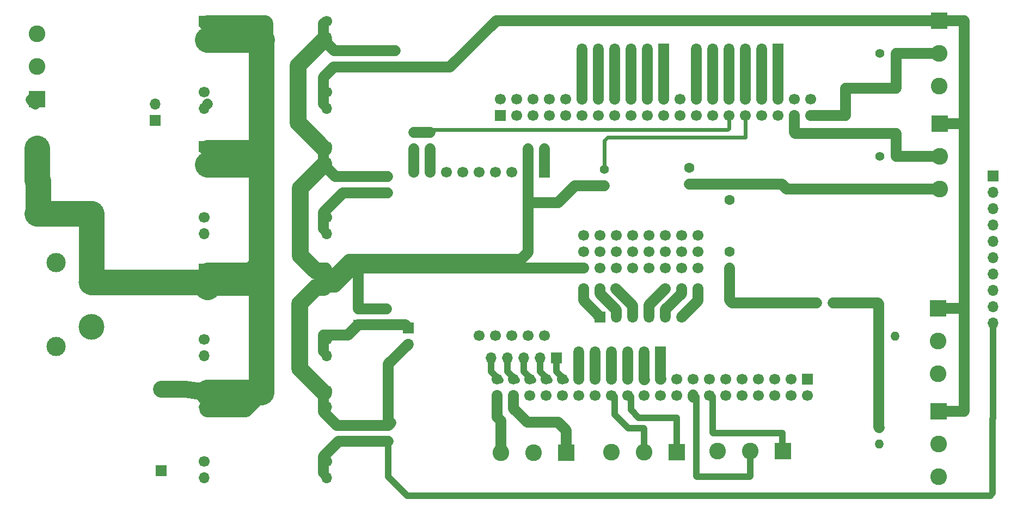
<source format=gbr>
G04 #@! TF.GenerationSoftware,KiCad,Pcbnew,(5.1.4-0-10_14)*
G04 #@! TF.CreationDate,2019-10-14T13:10:31-04:00*
G04 #@! TF.ProjectId,Robot,526f626f-742e-46b6-9963-61645f706362,rev?*
G04 #@! TF.SameCoordinates,Original*
G04 #@! TF.FileFunction,Copper,L2,Bot*
G04 #@! TF.FilePolarity,Positive*
%FSLAX46Y46*%
G04 Gerber Fmt 4.6, Leading zero omitted, Abs format (unit mm)*
G04 Created by KiCad (PCBNEW (5.1.4-0-10_14)) date 2019-10-14 13:10:31*
%MOMM*%
%LPD*%
G04 APERTURE LIST*
%ADD10R,1.700000X1.700000*%
%ADD11C,1.700000*%
%ADD12C,1.600000*%
%ADD13R,1.600000X1.600000*%
%ADD14O,1.700000X1.700000*%
%ADD15O,1.400000X1.400000*%
%ADD16C,1.400000*%
%ADD17C,3.000000*%
%ADD18C,4.000000*%
%ADD19C,2.600000*%
%ADD20R,2.600000X2.600000*%
%ADD21C,1.700000*%
%ADD22C,2.600000*%
%ADD23C,4.000000*%
%ADD24C,1.000000*%
%ADD25C,0.600000*%
G04 APERTURE END LIST*
D10*
X-36700000Y-46350000D03*
X-36700000Y-59050000D03*
D11*
X12690000Y-38050000D03*
X15230000Y-38050000D03*
X17770000Y-38050000D03*
X20310000Y-38050000D03*
X22850000Y-38050000D03*
X2530000Y-12650000D03*
X5070000Y-12650000D03*
X7610000Y-12650000D03*
X10150000Y-12650000D03*
X12690000Y-12650000D03*
X15230000Y-12650000D03*
X17770000Y-12650000D03*
X20310000Y-12650000D03*
D10*
X22850000Y-12650000D03*
D12*
X-5900000Y6200000D03*
D13*
X-5900000Y3700000D03*
D14*
X14615160Y-41516300D03*
X17155160Y-41516300D03*
X19695160Y-41516300D03*
X22235160Y-41516300D03*
D10*
X24775160Y-41516300D03*
D15*
X74932540Y-54897020D03*
D16*
X74932540Y-52357020D03*
D15*
X77440000Y-38150000D03*
D16*
X74900000Y-38150000D03*
D15*
X77540000Y-10200000D03*
D16*
X75000000Y-10200000D03*
D15*
X77540000Y5800000D03*
D16*
X75000000Y5800000D03*
D11*
X-11000000Y-250000D03*
D14*
X-11000000Y-2790000D03*
X-30000000Y-2790000D03*
D11*
X-30000000Y-250000D03*
D14*
X-11000000Y8210000D03*
D11*
X-11000000Y10750000D03*
D14*
X-30000000Y8210000D03*
D10*
X-30000000Y10750000D03*
D11*
X-11000000Y-19653500D03*
D14*
X-11000000Y-22193500D03*
X-30000000Y-22193500D03*
D11*
X-30000000Y-19653500D03*
D14*
X-11000000Y-11193500D03*
D11*
X-11000000Y-8653500D03*
D14*
X-30000000Y-11193500D03*
D10*
X-30000000Y-8653500D03*
D11*
X-11000000Y-38700000D03*
D14*
X-11000000Y-41240000D03*
X-30000000Y-41240000D03*
D11*
X-30000000Y-38700000D03*
D14*
X-11000000Y-30240000D03*
D11*
X-11000000Y-27700000D03*
D14*
X-30000000Y-30240000D03*
D10*
X-30000000Y-27700000D03*
D11*
X-11000000Y-57600000D03*
D14*
X-11000000Y-60140000D03*
X-30000000Y-60140000D03*
D11*
X-30000000Y-57600000D03*
D14*
X-11000000Y-49140000D03*
D11*
X-11000000Y-46600000D03*
D14*
X-30000000Y-49140000D03*
D10*
X-30000000Y-46600000D03*
D11*
X46780000Y-30780000D03*
X44240000Y-30780000D03*
X41700000Y-30780000D03*
X34000000Y-30780000D03*
X31500000Y-30780000D03*
X29000000Y-30780000D03*
X46780000Y-27580000D03*
X44240000Y-27580000D03*
X41700000Y-27580000D03*
X39160000Y-27580000D03*
X36620000Y-27580000D03*
X34080000Y-27580000D03*
X31540000Y-27580000D03*
X29000000Y-27580000D03*
X46780000Y-25040000D03*
X44240000Y-25040000D03*
X41700000Y-25040000D03*
X39160000Y-25040000D03*
X36620000Y-25040000D03*
X34080000Y-25040000D03*
X31540000Y-25040000D03*
X29000000Y-25040000D03*
X46780000Y-22500000D03*
X44240000Y-22500000D03*
X41700000Y-22500000D03*
X39160000Y-22500000D03*
X36620000Y-22500000D03*
X34080000Y-22500000D03*
X31540000Y-22500000D03*
X29000000Y-22500000D03*
X15540000Y-47410000D03*
X15540000Y-44870000D03*
X18080000Y-47410000D03*
X18080000Y-44870000D03*
X20620000Y-47410000D03*
X20620000Y-44870000D03*
X23160000Y-47410000D03*
X23160000Y-44870000D03*
X25700000Y-47410000D03*
X25700000Y-44870000D03*
X28240000Y-47410000D03*
X28240000Y-44870000D03*
X30780000Y-47410000D03*
X30780000Y-44870000D03*
X33320000Y-47410000D03*
X33320000Y-44870000D03*
X35860000Y-47410000D03*
X35860000Y-44870000D03*
X38400000Y-47410000D03*
X38400000Y-44870000D03*
X40940000Y-47410000D03*
X40940000Y-44870000D03*
X43480000Y-47410000D03*
X43480000Y-44870000D03*
X46020000Y-47410000D03*
X46020000Y-44870000D03*
X48560000Y-47410000D03*
X48560000Y-44870000D03*
X51100000Y-47410000D03*
X51100000Y-44870000D03*
X53640000Y-47410000D03*
X53640000Y-44870000D03*
X56180000Y-47410000D03*
X56180000Y-44870000D03*
X58720000Y-47410000D03*
X58720000Y-44870000D03*
X61260000Y-47410000D03*
X61260000Y-44870000D03*
X63800000Y-47410000D03*
D10*
X63800000Y-44870000D03*
D15*
X32222440Y-14759940D03*
D16*
X32222440Y-12219940D03*
D15*
X5067300Y-9037320D03*
D16*
X5067300Y-6497320D03*
D15*
X2532380Y-9047480D03*
D16*
X2532380Y-6507480D03*
D14*
X28201360Y-40619220D03*
X30741360Y-40619220D03*
X33281360Y-40619220D03*
X35821360Y-40619220D03*
X38361360Y-40619220D03*
D10*
X40901360Y-40619220D03*
D14*
X28680000Y6500000D03*
X31220000Y6500000D03*
X33760000Y6500000D03*
X36300000Y6500000D03*
X38840000Y6500000D03*
D10*
X41380000Y6500000D03*
D14*
X46500000Y6500000D03*
X49040000Y6500000D03*
X51580000Y6500000D03*
X54120000Y6500000D03*
X56660000Y6500000D03*
D10*
X59200000Y6500000D03*
D12*
X-5900420Y-13372460D03*
D13*
X-5900420Y-15872460D03*
D12*
X-6075680Y-33913440D03*
D13*
X-6075680Y-36413440D03*
D12*
X-6050280Y-52026180D03*
D13*
X-6050280Y-54526180D03*
D12*
X-300000Y6200000D03*
X-300000Y3700000D03*
X-1513840Y-13372460D03*
X-1513840Y-15872460D03*
X-1699260Y-33913440D03*
X-1699260Y-36413440D03*
X-1402080Y-51995700D03*
X-1402080Y-54495700D03*
X65244340Y-32979360D03*
X67744340Y-32979360D03*
X51648360Y-27544400D03*
X51648360Y-25044400D03*
X51650900Y-14492600D03*
X51650900Y-16992600D03*
X45400000Y-14500000D03*
X45400000Y-12000000D03*
X20350000Y-9000000D03*
X22850000Y-9000000D03*
D14*
X-37650000Y-2110000D03*
D10*
X-37650000Y-4650000D03*
D14*
X1674620Y-39419720D03*
D10*
X1674620Y-36879720D03*
D17*
X-53100000Y-39750000D03*
X-53100000Y-26750000D03*
D18*
X-47600000Y-36750000D03*
X-47600000Y-29750000D03*
D11*
X64260000Y-1300000D03*
X64260000Y-3840000D03*
X61720000Y-1300000D03*
X61720000Y-3840000D03*
X59180000Y-1300000D03*
X59180000Y-3840000D03*
X56640000Y-1300000D03*
X56640000Y-3840000D03*
X54100000Y-1300000D03*
X54100000Y-3840000D03*
X51560000Y-1300000D03*
X51560000Y-3840000D03*
X49020000Y-1300000D03*
X49020000Y-3840000D03*
X46480000Y-1300000D03*
X46480000Y-3840000D03*
X43940000Y-1300000D03*
X43940000Y-3840000D03*
X41400000Y-1300000D03*
X41400000Y-3840000D03*
X38860000Y-1300000D03*
X38860000Y-3840000D03*
X36320000Y-1300000D03*
X36320000Y-3840000D03*
X33780000Y-1300000D03*
X33780000Y-3840000D03*
X31240000Y-1300000D03*
X31240000Y-3840000D03*
X28700000Y-1300000D03*
X28700000Y-3840000D03*
X26160000Y-1300000D03*
X26160000Y-3840000D03*
X23620000Y-1300000D03*
X23620000Y-3840000D03*
X21080000Y-1300000D03*
X21080000Y-3840000D03*
X18540000Y-1300000D03*
X18540000Y-3840000D03*
X16000000Y-1300000D03*
D10*
X16000000Y-3840000D03*
D19*
X-56000000Y-8920000D03*
X-56000000Y-14000000D03*
D20*
X-56000000Y-19080000D03*
D19*
X-56000000Y8860000D03*
X-56000000Y3780000D03*
D20*
X-56000000Y-1300000D03*
D19*
X33290000Y-56150000D03*
X38370000Y-56150000D03*
D20*
X43450000Y-56150000D03*
D19*
X49790000Y-56000000D03*
X54870000Y-56000000D03*
D20*
X59950000Y-56000000D03*
D19*
X84150000Y-60010000D03*
X84150000Y-54930000D03*
D20*
X84150000Y-49850000D03*
D19*
X84100000Y-44010000D03*
X84100000Y-38930000D03*
D20*
X84100000Y-33850000D03*
D19*
X84350000Y-15260000D03*
X84350000Y-10180000D03*
D20*
X84350000Y-5100000D03*
D19*
X84300000Y740000D03*
X84300000Y5820000D03*
D20*
X84300000Y10900000D03*
D14*
X92650000Y-36160000D03*
X92650000Y-33620000D03*
X92650000Y-31080000D03*
X92650000Y-28540000D03*
X92650000Y-26000000D03*
X92650000Y-23460000D03*
X92650000Y-20920000D03*
X92650000Y-18380000D03*
X92650000Y-15840000D03*
D10*
X92650000Y-13300000D03*
D19*
X16090000Y-56250000D03*
X21170000Y-56250000D03*
D20*
X26250000Y-56250000D03*
D14*
X44250000Y-35150000D03*
X41710000Y-35150000D03*
X39170000Y-35150000D03*
X36630000Y-35150000D03*
X34090000Y-35150000D03*
D10*
X31550000Y-35150000D03*
D21*
X-56300000Y-2100000D02*
X-57000000Y-1400000D01*
X-11500000Y10450000D02*
X-11500000Y7910000D01*
X-11500000Y-8953500D02*
X-11500000Y-11493500D01*
X-11500000Y-28000000D02*
X-11500000Y-30540000D01*
X-11500000Y-46900000D02*
X-11500000Y-49440000D01*
X-5900000Y6200000D02*
X-300000Y6200000D01*
D22*
X-12702081Y-30540000D02*
X-15250000Y-33087919D01*
X-11500000Y-30540000D02*
X-12702081Y-30540000D01*
X-15250000Y-33087919D02*
X-15250000Y-43150000D01*
X-15250000Y-43150000D02*
X-11500000Y-46900000D01*
X-12702081Y-28000000D02*
X-15100000Y-25602081D01*
X-11500000Y-28000000D02*
X-12702081Y-28000000D01*
X-15100000Y-15093500D02*
X-11500000Y-11493500D01*
X-15100000Y-25602081D02*
X-15100000Y-15093500D01*
X-12349999Y-8103501D02*
X-12349999Y-8050001D01*
X-11500000Y-8953500D02*
X-12349999Y-8103501D01*
X-12349999Y-8050001D02*
X-15450000Y-4950000D01*
X-15450000Y3960000D02*
X-11500000Y7910000D01*
X-15450000Y-4950000D02*
X-15450000Y3960000D01*
D21*
X45407400Y-14492600D02*
X45400000Y-14500000D01*
X51650900Y-14492600D02*
X45407400Y-14492600D01*
X-11080000Y-27580000D02*
X-11500000Y-28000000D01*
X20310000Y-12650000D02*
X20310000Y-12922002D01*
X29000000Y-27580000D02*
X-6655480Y-27580000D01*
X-9615480Y-30540000D02*
X-11500000Y-30540000D01*
X-6655480Y-27580000D02*
X-9615480Y-30540000D01*
X20310000Y-25115360D02*
X19250660Y-26174700D01*
X19250660Y-26174700D02*
X-7513320Y-26174700D01*
X-7513320Y-26174700D02*
X-10241280Y-28902660D01*
X-10597340Y-28902660D02*
X-11500000Y-28000000D01*
X-10241280Y-28902660D02*
X-10597340Y-28902660D01*
X-6075680Y-28159800D02*
X-6655480Y-27580000D01*
X-6075680Y-33913440D02*
X-6075680Y-28159800D01*
X-1699260Y-33913440D02*
X-6075680Y-33913440D01*
X-9621040Y-13372460D02*
X-11500000Y-11493500D01*
X-5900420Y-13372460D02*
X-9621040Y-13372460D01*
X-5900420Y-13372460D02*
X-1513840Y-13372460D01*
X-11500000Y-49440000D02*
X-11500000Y-49934980D01*
X-9408800Y-52026180D02*
X-6050280Y-52026180D01*
X-11500000Y-49934980D02*
X-9408800Y-52026180D01*
X-1432560Y-52026180D02*
X-1402080Y-51995700D01*
X-6050280Y-52026180D02*
X-1432560Y-52026180D01*
X-9790000Y6200000D02*
X-11500000Y7910000D01*
X-5900000Y6200000D02*
X-9790000Y6200000D01*
X32222440Y-14759940D02*
X27614880Y-14759940D01*
X24973440Y-17401380D02*
X20310000Y-17401380D01*
X27614880Y-14759940D02*
X24973440Y-17401380D01*
X20310000Y-12650000D02*
X20310000Y-17401380D01*
X20310000Y-17401380D02*
X20310000Y-25115360D01*
X20350000Y-12610000D02*
X20310000Y-12650000D01*
X20350000Y-9000000D02*
X20350000Y-12610000D01*
X84350000Y-15260000D02*
X60576140Y-15260000D01*
X59808740Y-14492600D02*
X51650900Y-14492600D01*
X60576140Y-15260000D02*
X59808740Y-14492600D01*
X65244340Y-32979360D02*
X52092860Y-32979360D01*
X51648360Y-32534860D02*
X52092860Y-32979360D01*
X51648360Y-27544400D02*
X51648360Y-32534860D01*
X-1008380Y-51602000D02*
X-1402080Y-51995700D01*
X-1402080Y-42496420D02*
X1674620Y-39419720D01*
X-1402080Y-51995700D02*
X-1402080Y-42496420D01*
X-29500000Y10450000D02*
X-29500000Y7910000D01*
X-29500000Y-8953500D02*
X-29500000Y-11493500D01*
X-29500000Y-28000000D02*
X-29500000Y-30540000D01*
X-29500000Y-46900000D02*
X-29500000Y-49440000D01*
D22*
X-21090000Y7910000D02*
X-21150000Y7850000D01*
X-21156500Y-11493500D02*
X-21150000Y-11500000D01*
X-21156500Y-30406500D02*
X-21290000Y-30540000D01*
D23*
X-21156500Y-30406500D02*
X-21156500Y-46893500D01*
X-21163000Y-46900000D02*
X-29500000Y-46900000D01*
D22*
X-21156500Y-46893500D02*
X-21163000Y-46900000D01*
D23*
X-30290000Y-29750000D02*
X-29500000Y-30540000D01*
X-47600000Y-29750000D02*
X-30290000Y-29750000D01*
D22*
X-23810000Y-30240000D02*
X-23810000Y-30540000D01*
X-26050000Y-28000000D02*
X-23810000Y-30240000D01*
X-29500000Y-28000000D02*
X-26050000Y-28000000D01*
X-21290000Y-30540000D02*
X-23810000Y-30540000D01*
X-23810000Y-30540000D02*
X-29500000Y-30540000D01*
X-23510000Y-11493500D02*
X-21956500Y-11493500D01*
D23*
X-29500000Y-11493500D02*
X-21956500Y-11493500D01*
X-21956500Y-11493500D02*
X-21156500Y-11493500D01*
D22*
X-23510000Y7910000D02*
X-22210000Y7910000D01*
D23*
X-29500000Y7910000D02*
X-22210000Y7910000D01*
X-22210000Y7910000D02*
X-21090000Y7910000D01*
D22*
X-26050000Y-8953500D02*
X-26046500Y-8950000D01*
X-29500000Y-8953500D02*
X-26050000Y-8953500D01*
X-26046500Y-8950000D02*
X-23350000Y-8950000D01*
X-20650000Y8150000D02*
X-21150000Y7650000D01*
X-20650000Y10450000D02*
X-20650000Y8150000D01*
X-29500000Y10450000D02*
X-20650000Y10450000D01*
D23*
X-21150000Y7850000D02*
X-21150000Y7650000D01*
X-21150000Y7650000D02*
X-21150000Y-11500000D01*
D22*
X-22900000Y-28000000D02*
X-21156500Y-26256500D01*
X-26050000Y-28000000D02*
X-22900000Y-28000000D01*
D23*
X-21156500Y-11493500D02*
X-21156500Y-26256500D01*
X-21156500Y-26256500D02*
X-21156500Y-30406500D01*
D22*
X-28297919Y-49440000D02*
X-28287919Y-49450000D01*
X-29500000Y-49440000D02*
X-28297919Y-49440000D01*
X-23703000Y-49440000D02*
X-21156500Y-46893500D01*
X-29500000Y-49440000D02*
X-23703000Y-49440000D01*
D23*
X-56000000Y-13900000D02*
X-55900000Y-14000000D01*
X-56000000Y-8920000D02*
X-56000000Y-13900000D01*
X-55900000Y-18980000D02*
X-56000000Y-19080000D01*
X-55900000Y-14000000D02*
X-55900000Y-18980000D01*
X-47600000Y-19100000D02*
X-47600000Y-29750000D01*
X-56000000Y-19080000D02*
X-47620000Y-19080000D01*
X-47620000Y-19080000D02*
X-47600000Y-19100000D01*
D22*
X-33000000Y-46400000D02*
X-36700000Y-46350000D01*
X-29500000Y-46900000D02*
X-33000000Y-46400000D01*
D21*
X38840000Y-1280000D02*
X38860000Y-1300000D01*
X38840000Y6500000D02*
X38840000Y-1280000D01*
X46000000Y-47327998D02*
X46000000Y-47600000D01*
X54825900Y-55955900D02*
X54870000Y-56000000D01*
D24*
X46480000Y-47540000D02*
X46480000Y-52200080D01*
X46480000Y-52200080D02*
X46512480Y-52232560D01*
X46480000Y-52200080D02*
X46480000Y-59918060D01*
X46480000Y-59918060D02*
X46546580Y-59984640D01*
X46546580Y-59984640D02*
X54818280Y-59984640D01*
X54870000Y-59932920D02*
X54870000Y-56000000D01*
X54818280Y-59984640D02*
X54870000Y-59932920D01*
X33780000Y-47540000D02*
X33780000Y-50317940D01*
X33780000Y-50317940D02*
X35938460Y-52476400D01*
X35938460Y-52476400D02*
X38326060Y-52476400D01*
X38370000Y-52520340D02*
X38370000Y-56150000D01*
X38326060Y-52476400D02*
X38370000Y-52520340D01*
X19695160Y-43615160D02*
X21080000Y-45000000D01*
X19695160Y-41516300D02*
X19695160Y-43615160D01*
X22235160Y-43615160D02*
X23620000Y-45000000D01*
X22235160Y-41516300D02*
X22235160Y-43615160D01*
D21*
X35821360Y-44831360D02*
X35860000Y-44870000D01*
X35821360Y-40619220D02*
X35821360Y-44831360D01*
X38400000Y-44900000D02*
X38438640Y-44938640D01*
X38361360Y-44831360D02*
X38400000Y-44870000D01*
X38361360Y-40619220D02*
X38361360Y-44831360D01*
X-11500000Y-38000000D02*
X-11500000Y-40540000D01*
X-1699260Y-36413440D02*
X-6075680Y-36413440D01*
X-7662240Y-38000000D02*
X-6075680Y-36413440D01*
X-11500000Y-38000000D02*
X-7662240Y-38000000D01*
X1208340Y-36413440D02*
X1674620Y-36879720D01*
X-1699260Y-36413440D02*
X1208340Y-36413440D01*
X28700000Y6480000D02*
X28680000Y6500000D01*
X28700000Y-1300000D02*
X28700000Y6480000D01*
X31220000Y-1280000D02*
X31240000Y-1300000D01*
X31220000Y6500000D02*
X31220000Y-1280000D01*
X33760000Y-1280000D02*
X33780000Y-1300000D01*
X33760000Y6500000D02*
X33760000Y-1280000D01*
X36300000Y-1280000D02*
X36320000Y-1300000D01*
X36300000Y6500000D02*
X36300000Y-1280000D01*
X41380000Y-1280000D02*
X41400000Y-1300000D01*
X41380000Y6500000D02*
X41380000Y-1280000D01*
D24*
X14615160Y-43615160D02*
X16000000Y-45000000D01*
X14615160Y-41516300D02*
X14615160Y-43615160D01*
X17155160Y-43615160D02*
X18540000Y-45000000D01*
X17155160Y-41516300D02*
X17155160Y-43615160D01*
X24775160Y-43615160D02*
X26160000Y-45000000D01*
X24775160Y-41516300D02*
X24775160Y-43615160D01*
D21*
X30741360Y-44831360D02*
X30780000Y-44870000D01*
X30741360Y-40619220D02*
X30741360Y-44831360D01*
X33281360Y-44831360D02*
X33320000Y-44870000D01*
X33281360Y-40619220D02*
X33281360Y-44831360D01*
X40961360Y-44761360D02*
X41000000Y-44800000D01*
X40901360Y-44831360D02*
X40940000Y-44870000D01*
X40901360Y-40619220D02*
X40901360Y-44831360D01*
X46780000Y-32620000D02*
X44250000Y-35150000D01*
X46780000Y-30780000D02*
X46780000Y-32620000D01*
X44240000Y-30780000D02*
X44240000Y-31507880D01*
X41710000Y-34037880D02*
X41710000Y-35150000D01*
X44240000Y-31507880D02*
X41710000Y-34037880D01*
X39170000Y-33310000D02*
X39170000Y-35150000D01*
X41700000Y-30780000D02*
X39170000Y-33310000D01*
X36630000Y-33410000D02*
X36630000Y-35150000D01*
X34000000Y-30780000D02*
X36630000Y-33410000D01*
X34090000Y-34099998D02*
X34090000Y-35150000D01*
X31500000Y-30780000D02*
X31500000Y-31509998D01*
X31500000Y-31509998D02*
X34090000Y-34099998D01*
X-29510000Y-2100000D02*
X-29500000Y-2090000D01*
D25*
X32222440Y-12219940D02*
X32222440Y-7726680D01*
X32222440Y-7726680D02*
X32677100Y-7272020D01*
X32677100Y-7272020D02*
X54086760Y-7272020D01*
X54086760Y-3853240D02*
X54100000Y-3840000D01*
X54086760Y-7272020D02*
X54086760Y-3853240D01*
D21*
X84280000Y5800000D02*
X84300000Y5820000D01*
X77540000Y5800000D02*
X84280000Y5800000D01*
X69700000Y377919D02*
X77527919Y377919D01*
X77540000Y390000D02*
X77540000Y5800000D01*
X77527919Y377919D02*
X77540000Y390000D01*
X65462081Y-3840000D02*
X65472081Y-3850000D01*
X64260000Y-3840000D02*
X65462081Y-3840000D01*
X65472081Y-3850000D02*
X69700000Y-3850000D01*
X69700000Y-3850000D02*
X69700000Y377919D01*
X84330000Y-10200000D02*
X84350000Y-10180000D01*
X77540000Y-10200000D02*
X84330000Y-10200000D01*
X61720000Y-5042081D02*
X61750000Y-5072081D01*
X61720000Y-3840000D02*
X61720000Y-5042081D01*
X61750000Y-5072081D02*
X61750000Y-6500000D01*
X61750000Y-6500000D02*
X61900000Y-6650000D01*
X61900000Y-6650000D02*
X77500000Y-6650000D01*
X77540000Y-6690000D02*
X77540000Y-10200000D01*
X77500000Y-6650000D02*
X77540000Y-6690000D01*
X-11500000Y-18953500D02*
X-11500000Y-21493500D01*
X-8418960Y-15872460D02*
X-11500000Y-18953500D01*
X-5900420Y-15872460D02*
X-8418960Y-15872460D01*
X-5900420Y-15872460D02*
X-1513840Y-15872460D01*
X22850000Y-9000000D02*
X22850000Y-12650000D01*
X-11500000Y-56900000D02*
X-11500000Y-59440000D01*
X-9126180Y-54526180D02*
X-11500000Y-56900000D01*
X-6050280Y-54526180D02*
X-9126180Y-54526180D01*
X-1432560Y-54526180D02*
X-1402080Y-54495700D01*
X-6050280Y-54526180D02*
X-1432560Y-54526180D01*
D24*
X92650000Y-50950820D02*
X92588080Y-51012740D01*
X92650000Y-36160000D02*
X92650000Y-50950820D01*
X92588080Y-51012740D02*
X92588080Y-62557660D01*
X92588080Y-62557660D02*
X92207080Y-62938660D01*
X92207080Y-62938660D02*
X1529080Y-62938660D01*
X-1402080Y-60007500D02*
X-1402080Y-54495700D01*
X1529080Y-62938660D02*
X-1402080Y-60007500D01*
D21*
X-11500000Y450000D02*
X-11500000Y-2090000D01*
X-5900000Y3700000D02*
X-300000Y3700000D01*
X831370Y3700000D02*
X881370Y3650000D01*
X-300000Y3700000D02*
X831370Y3700000D01*
X881370Y3650000D02*
X8150000Y3650000D01*
X15400000Y10900000D02*
X84300000Y10900000D01*
X8150000Y3650000D02*
X15400000Y10900000D01*
X84300000Y10900000D02*
X88150000Y10900000D01*
X88150000Y10900000D02*
X88150000Y-5100000D01*
X88150000Y-5100000D02*
X84350000Y-5100000D01*
X84100000Y-33850000D02*
X87700000Y-33850000D01*
X88150000Y-33400000D02*
X87700000Y-33850000D01*
X88150000Y-5100000D02*
X88150000Y-33400000D01*
X88150000Y-33400000D02*
X88150000Y-49850000D01*
X88150000Y-49850000D02*
X84150000Y-49850000D01*
X-5900000Y3700000D02*
X-9901700Y3700000D01*
X-11500000Y2101700D02*
X-11500000Y450000D01*
X-9901700Y3700000D02*
X-11500000Y2101700D01*
X46500000Y-1280000D02*
X46480000Y-1300000D01*
X46500000Y6500000D02*
X46500000Y-1280000D01*
X49040000Y-1280000D02*
X49020000Y-1300000D01*
X49040000Y6500000D02*
X49040000Y-1280000D01*
X51580000Y-1280000D02*
X51560000Y-1300000D01*
X51580000Y6500000D02*
X51580000Y-1280000D01*
X54120000Y-1280000D02*
X54100000Y-1300000D01*
X54120000Y6500000D02*
X54120000Y-1280000D01*
X56660000Y-1280000D02*
X56640000Y-1300000D01*
X56660000Y6500000D02*
X56660000Y-1280000D01*
X59200000Y-1280000D02*
X59180000Y-1300000D01*
X59200000Y6500000D02*
X59200000Y-1280000D01*
X29000000Y-32600000D02*
X31550000Y-35150000D01*
X29000000Y-30780000D02*
X29000000Y-32600000D01*
X2532380Y-12647620D02*
X2530000Y-12650000D01*
X2532380Y-9047480D02*
X2532380Y-12647620D01*
X5067300Y-12647300D02*
X5070000Y-12650000D01*
X5067300Y-9037320D02*
X5067300Y-12647300D01*
X16000000Y-56160000D02*
X16090000Y-56250000D01*
X16090000Y-56250000D02*
X16090000Y-51290000D01*
X15540000Y-50740000D02*
X15540000Y-47410000D01*
X16090000Y-51290000D02*
X15540000Y-50740000D01*
X20215860Y-51521360D02*
X24993600Y-51521360D01*
X26250000Y-52777760D02*
X26250000Y-56250000D01*
X24993600Y-51521360D02*
X26250000Y-52777760D01*
X18080000Y-49385500D02*
X18080000Y-47410000D01*
X20215860Y-51521360D02*
X18080000Y-49385500D01*
D24*
X49020000Y-47540000D02*
X49020000Y-53132260D01*
X49020000Y-53132260D02*
X49100740Y-53213000D01*
X49100740Y-53213000D02*
X59888120Y-53213000D01*
X59888120Y-55938120D02*
X59950000Y-56000000D01*
X59888120Y-53213000D02*
X59888120Y-55938120D01*
X36320000Y-47540000D02*
X36320000Y-49601660D01*
X36320000Y-49601660D02*
X37566600Y-50848260D01*
X37566600Y-50848260D02*
X43474640Y-50848260D01*
X43474640Y-56125360D02*
X43450000Y-56150000D01*
X43474640Y-50848260D02*
X43474640Y-56125360D01*
D25*
X51560000Y-3840000D02*
X51560000Y-5894800D01*
X51560000Y-5894800D02*
X51351180Y-6103620D01*
X5461000Y-6103620D02*
X5067300Y-6497320D01*
X51351180Y-6103620D02*
X5461000Y-6103620D01*
D21*
X2542540Y-6497320D02*
X2532380Y-6507480D01*
X5067300Y-6497320D02*
X2542540Y-6497320D01*
X67744340Y-32979360D02*
X74703940Y-32979360D01*
X74900000Y-33175420D02*
X74900000Y-38150000D01*
X74703940Y-32979360D02*
X74900000Y-33175420D01*
X74900000Y-52324480D02*
X74932540Y-52357020D01*
X74900000Y-38150000D02*
X74900000Y-52324480D01*
X28201360Y-44831360D02*
X28240000Y-44870000D01*
X28201360Y-40619220D02*
X28201360Y-44831360D01*
M02*

</source>
